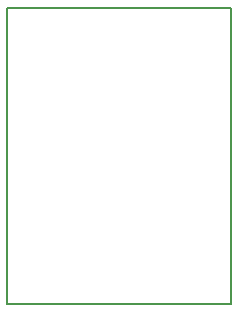
<source format=gko>
G04 #@! TF.FileFunction,Profile,NP*
%FSLAX46Y46*%
G04 Gerber Fmt 4.6, Leading zero omitted, Abs format (unit mm)*
G04 Created by KiCad (PCBNEW 4.0.4-1.fc24-product) date Thu Jun  7 15:39:17 2018*
%MOMM*%
%LPD*%
G01*
G04 APERTURE LIST*
%ADD10C,0.100000*%
%ADD11C,0.150000*%
G04 APERTURE END LIST*
D10*
D11*
X156000000Y-104000000D02*
X137000000Y-104000000D01*
X156000000Y-79000000D02*
X156000000Y-104000000D01*
X137000000Y-79000000D02*
X156000000Y-79000000D01*
X137000000Y-104000000D02*
X137000000Y-79000000D01*
M02*

</source>
